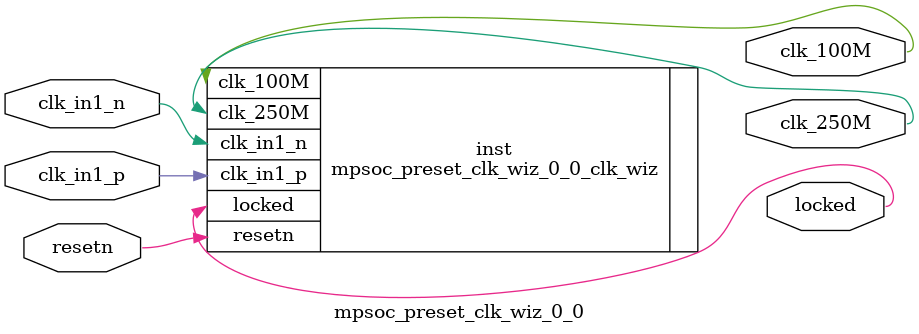
<source format=v>


`timescale 1ps/1ps

(* CORE_GENERATION_INFO = "mpsoc_preset_clk_wiz_0_0,clk_wiz_v6_0_11_0_0,{component_name=mpsoc_preset_clk_wiz_0_0,use_phase_alignment=true,use_min_o_jitter=false,use_max_i_jitter=false,use_dyn_phase_shift=false,use_inclk_switchover=false,use_dyn_reconfig=false,enable_axi=0,feedback_source=FDBK_AUTO,PRIMITIVE=MMCM,num_out_clk=2,clkin1_period=3.333,clkin2_period=10.0,use_power_down=false,use_reset=true,use_locked=true,use_inclk_stopped=false,feedback_type=SINGLE,CLOCK_MGR_TYPE=NA,manual_override=false}" *)

module mpsoc_preset_clk_wiz_0_0 
 (
  // Clock out ports
  output        clk_100M,
  output        clk_250M,
  // Status and control signals
  input         resetn,
  output        locked,
 // Clock in ports
  input         clk_in1_p,
  input         clk_in1_n
 );

  mpsoc_preset_clk_wiz_0_0_clk_wiz inst
  (
  // Clock out ports  
  .clk_100M(clk_100M),
  .clk_250M(clk_250M),
  // Status and control signals               
  .resetn(resetn), 
  .locked(locked),
 // Clock in ports
  .clk_in1_p(clk_in1_p),
  .clk_in1_n(clk_in1_n)
  );

endmodule

</source>
